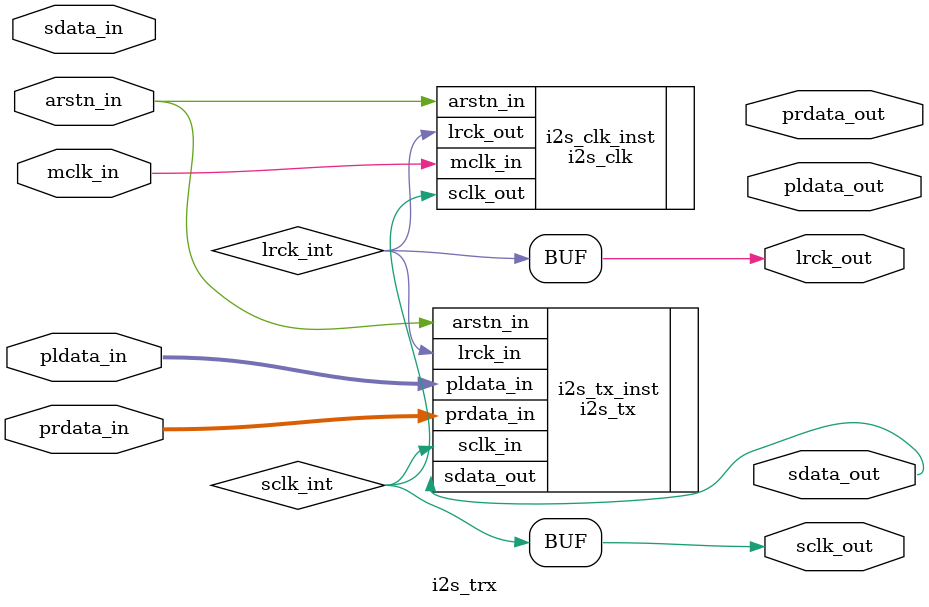
<source format=v>
module i2s_trx #(
    parameter MCLK_DIV_LRCK = 256,
    parameter MCLK_DIV_SCLK = 4,
    parameter PDATA_WIDTH = 32
) (
    input wire arstn_in,

    input wire mclk_in,

    output wire lrck_out,
    output wire sclk_out,

    input wire sdata_in,

    output wire [PDATA_WIDTH - 1 : 0] pldata_out,
    output wire [PDATA_WIDTH - 1 : 0] prdata_out,

    output wire sdata_out,

    input wire [PDATA_WIDTH - 1 : 0] pldata_in,
    input wire [PDATA_WIDTH - 1 : 0] prdata_in
);

    wire lrck_int;
    assign lrck_out = lrck_int;

    wire sclk_int;
    assign sclk_out = sclk_int;

    i2s_clk #(
        .MCLK_DIV_LRCK (MCLK_DIV_LRCK),
        .MCLK_DIV_SCLK (MCLK_DIV_SCLK)
    ) i2s_clk_inst (
    	.arstn_in (arstn_in),
        .mclk_in (mclk_in),
        .lrck_out (lrck_int),
        .sclk_out (sclk_int)
    );

//    i2s_rx #(
//        .PDATA_WIDTH (PDATA_WIDTH)
//    ) i2s_rx_inst (
//        .arstn_in (arstn_in),
//        .lrck_in (lrck_int),
//        .sclk_in (sclk_int),
//        .sdata_in (sdata_in),
//        .pldata_out (pldata_out),
//        .prdata_out (prdata_out)
//    );

    i2s_tx #(
        .PDATA_WIDTH (PDATA_WIDTH)
    ) i2s_tx_inst (
    	.arstn_in (arstn_in),
        .lrck_in (lrck_int),
        .sclk_in (sclk_int),
        .sdata_out (sdata_out),
        .pldata_in (pldata_in),
        .prdata_in (prdata_in)
    );

endmodule

</source>
